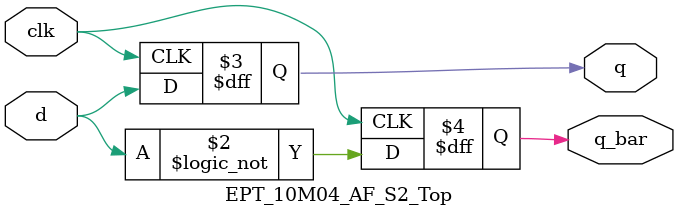
<source format=v>



// D flip-flop Code
    module EPT_10M04_AF_S2_Top ( d, clk, q, q_bar);
    input d ,clk;
    output q, q_bar;
    wire d ,clk;
    reg q, q_bar;
       	 
    always @ (posedge clk)
    begin
        q <= d;
        q_bar <=  ! d;
    end
    
    endmodule

</source>
